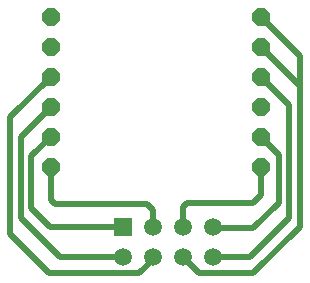
<source format=gtl>
%FSLAX25Y25*%
%MOIN*%
G70*
G01*
G75*
G04 Layer_Physical_Order=1*
G04 Layer_Color=255*
%ADD10C,0.02000*%
%ADD11C,0.05906*%
%ADD12R,0.05906X0.05906*%
%ADD13P,0.06494X8X22.5*%
D10*
X53500Y8500D02*
Y9500D01*
X49000Y4000D02*
X53500Y8500D01*
X19000Y4000D02*
X49000D01*
X87000D02*
X102500Y19500D01*
X69000Y4000D02*
X87000D01*
X63750Y9250D02*
X69000Y4000D01*
X6000Y17000D02*
X19000Y4000D01*
X22500Y9500D02*
X43500D01*
X9500Y22500D02*
X22500Y9500D01*
X63750Y9250D02*
X64250D01*
X63250D02*
X63750D01*
X63500Y9500D02*
X63750Y9250D01*
X86000Y9500D02*
X99000Y22500D01*
X73500Y9500D02*
X86000D01*
X87000Y19000D02*
X95500Y27500D01*
X73500Y19000D02*
X87000D01*
X19091Y19500D02*
X43500D01*
X13000Y25591D02*
X19091Y19500D01*
X102500D02*
Y76500D01*
X89500Y89500D02*
X102500Y76500D01*
X89500Y79500D02*
X102500Y66500D01*
X89500Y69500D02*
X99000Y60000D01*
Y22500D02*
Y60000D01*
X6000Y56000D02*
X19500Y69500D01*
X6000Y17000D02*
Y56000D01*
X9500Y49500D02*
X19500Y59500D01*
X9500Y22500D02*
Y49500D01*
X13000Y43000D02*
X19500Y49500D01*
X13000Y25591D02*
Y43000D01*
X95500Y27500D02*
Y43500D01*
X89500Y49500D02*
X95500Y43500D01*
X89500Y30000D02*
Y37000D01*
X87000Y27500D02*
X89500Y30000D01*
Y37000D02*
Y39500D01*
X19500Y28500D02*
X21000Y27000D01*
X19500Y28500D02*
Y39500D01*
X21000Y27000D02*
X51500D01*
X65000Y27500D02*
X87000D01*
X63500Y26000D02*
X65000Y27500D01*
X63500Y19500D02*
Y26000D01*
X51500Y27000D02*
X53500Y25000D01*
Y19500D02*
Y25000D01*
D11*
X73500Y9500D02*
D03*
Y19500D02*
D03*
X63500Y9500D02*
D03*
Y19500D02*
D03*
X53500Y9500D02*
D03*
Y19500D02*
D03*
X43500Y9500D02*
D03*
D12*
Y19500D02*
D03*
D13*
X19500Y89500D02*
D03*
Y79500D02*
D03*
Y69500D02*
D03*
Y59500D02*
D03*
Y49500D02*
D03*
Y39500D02*
D03*
X89500D02*
D03*
Y49500D02*
D03*
Y59500D02*
D03*
Y69500D02*
D03*
Y79500D02*
D03*
Y89500D02*
D03*
M02*

</source>
